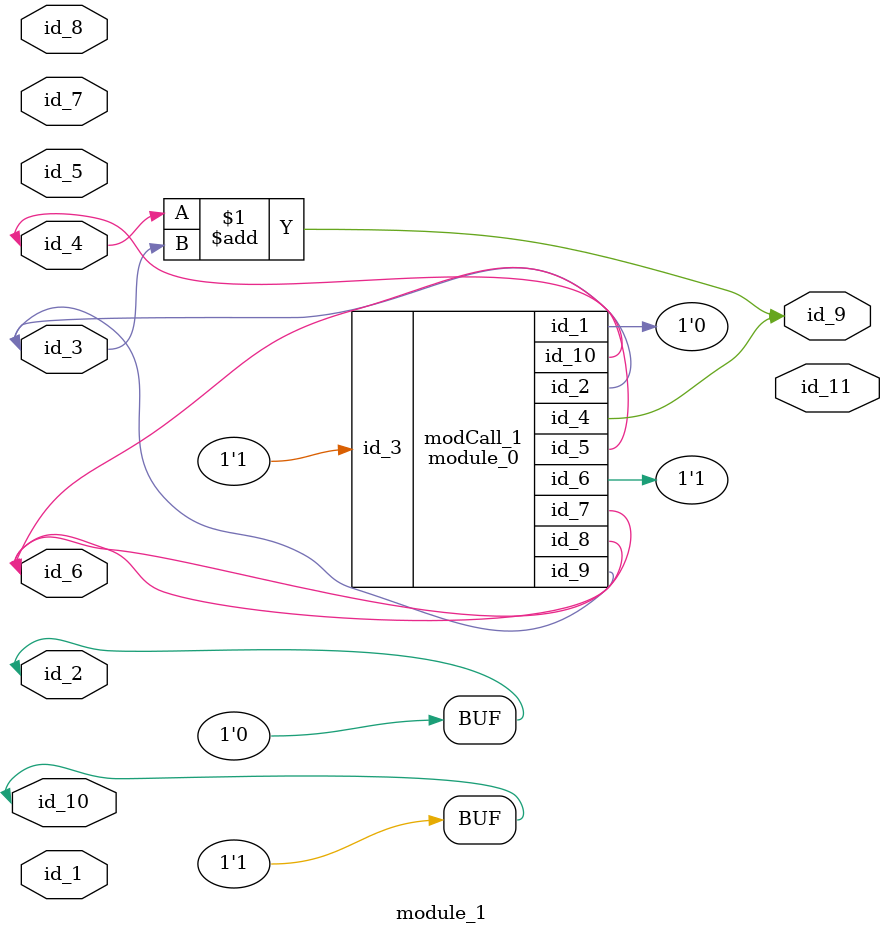
<source format=v>
module module_0 (
    id_1,
    id_2,
    id_3,
    id_4,
    id_5,
    id_6,
    id_7,
    id_8,
    id_9,
    id_10
);
  inout wire id_10;
  inout wire id_9;
  inout wire id_8;
  inout wire id_7;
  inout wire id_6;
  inout wire id_5;
  output wire id_4;
  input wire id_3;
  inout wire id_2;
  output wire id_1;
  wire id_11;
endmodule
module module_1 (
    id_1,
    id_2,
    id_3,
    id_4,
    id_5,
    id_6,
    id_7,
    id_8,
    id_9,
    id_10,
    id_11
);
  output wire id_11;
  inout wire id_10;
  output wire id_9;
  input wire id_8;
  input wire id_7;
  inout wire id_6;
  inout wire id_5;
  inout wire id_4;
  inout wire id_3;
  inout wire id_2;
  input wire id_1;
  assign id_9  = id_4 + id_3;
  assign id_10 = 1;
  module_0 modCall_1 (
      id_2,
      id_3,
      id_10,
      id_9,
      id_4,
      id_10,
      id_6,
      id_6,
      id_3,
      id_6
  );
  assign id_2 = 1'b0;
endmodule

</source>
